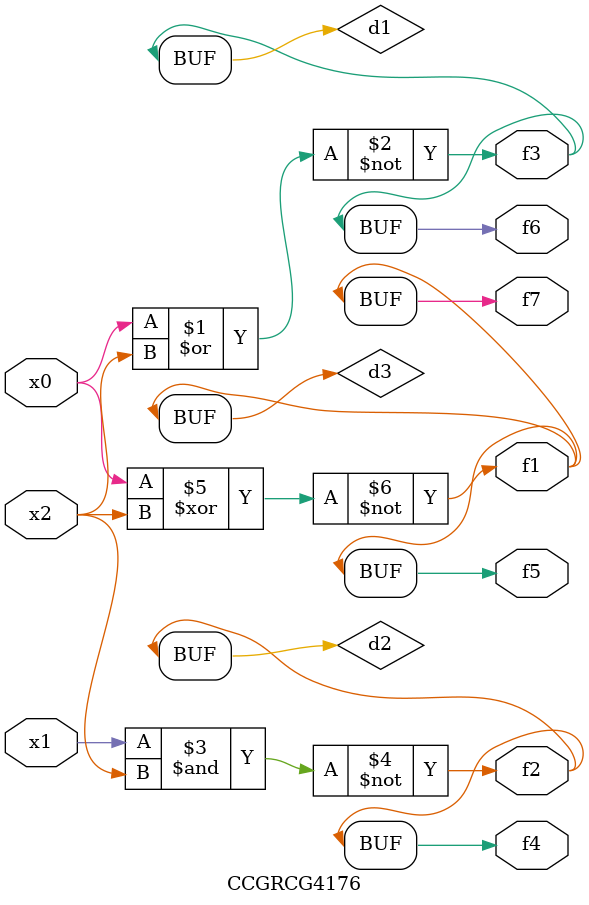
<source format=v>
module CCGRCG4176(
	input x0, x1, x2,
	output f1, f2, f3, f4, f5, f6, f7
);

	wire d1, d2, d3;

	nor (d1, x0, x2);
	nand (d2, x1, x2);
	xnor (d3, x0, x2);
	assign f1 = d3;
	assign f2 = d2;
	assign f3 = d1;
	assign f4 = d2;
	assign f5 = d3;
	assign f6 = d1;
	assign f7 = d3;
endmodule

</source>
